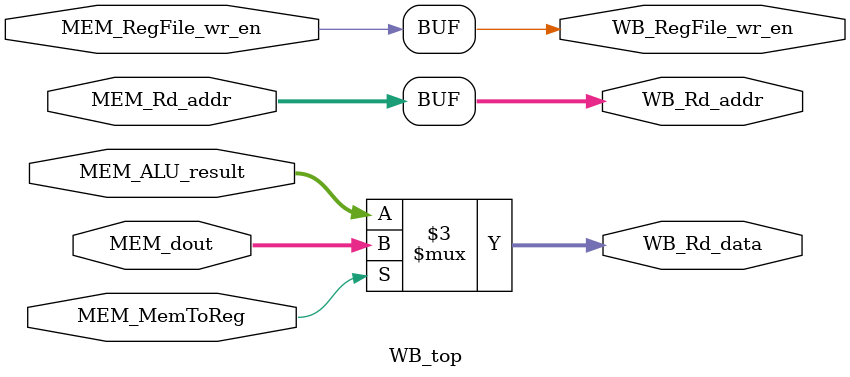
<source format=sv>
`timescale 1ns / 1ps


module WB_top

    (
    output reg [4:0]  WB_Rd_addr,
    output reg [31:0] WB_Rd_data,
    output reg        WB_RegFile_wr_en,

    input      [4:0]  MEM_Rd_addr,
    input      [31:0] MEM_dout,
    input      [31:0] MEM_ALU_result,
    input             MEM_MemToReg,
    input             MEM_RegFile_wr_en   
    );

    always_comb begin
        WB_Rd_addr       = MEM_Rd_addr;
        WB_Rd_data       = (MEM_MemToReg == 1'b1) ? MEM_dout : MEM_ALU_result;
        WB_RegFile_wr_en = MEM_RegFile_wr_en;
    end


endmodule

</source>
